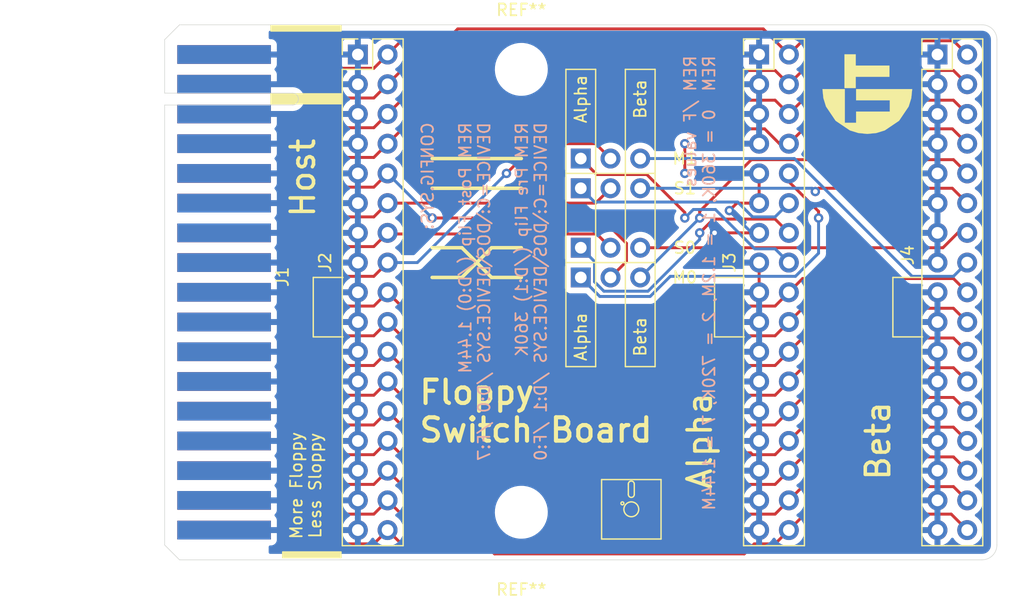
<source format=kicad_pcb>
(kicad_pcb (version 20211014) (generator pcbnew)
  (layers (0 "F.Cu" signal) (31 "B.Cu" signal) (34 "B.Paste" user) (35 "F.Paste" user) (36 "B.SilkS" user "B.Silkscreen") (37 "F.SilkS" user "F.Silkscreen") (38 "B.Mask" user) (39 "F.Mask" user) (44 "Edge.Cuts" user))
  (net 0 "")
  (net 1 "DesitySelect")
  (net 2 "Reserved1")
  (net 3 "Reserved2")
  (net 4 "Index")
  (net 5 "Motor0-In")
  (net 6 "DriveSelect1-In")
  (net 7 "DriveSelect0-In")
  (net 8 "Motor1-In")
  (net 9 "DirectionSelect")
  (net 10 "StepHead")
  (net 11 "DataWrite")
  (net 12 "WriteEnable")
  (net 13 "Track00")
  (net 14 "WriteProtect")
  (net 15 "DataRead")
  (net 16 "HeadSelect")
  (net 17 "DiskChange")
  (net 18 "Motor1-Out-A")
  (net 19 "DriveSelect0-Out-A")
  (net 20 "DriveSelect1-Out-A")
  (net 21 "Motor0-Out-A")
  (net 22 "Motor0-Out-B")
  (net 23 "DriveSelect1-Out-B")
  (net 24 "DriveSelect0-Out-B")
  (net 25 "Motor1-Out-B")
  (net 26 "GND")
  (footprint "Connector_PinHeader_2.54mm:PinHeader_1x03_P2.54mm_Vertical" (layer "F.Cu") (at 151.13 120.65 90)
    (fp_text reference "M0" (at 0 8.89) (layer "F.SilkS"))
    (fp_text value "SW_SPDT")
    (pad "1" thru_hole rect locked (at 0 0 90) (size 1.7 1.7) (drill 1) (layers *.Cu *.Mask) (net 21 "Motor0-Out-A"))
    (pad "2" thru_hole oval locked (at 0 2.54 90) (size 1.7 1.7) (drill 1) (layers *.Cu *.Mask) (net 5 "Motor0-In"))
    (pad "3" thru_hole oval locked (at 0 5.08 90) (size 1.7 1.7) (drill 1) (layers *.Cu *.Mask) (net 22 "Motor0-Out-B"))
  )
  (footprint "Connector_PinHeader_2.54mm:PinHeader_1x03_P2.54mm_Vertical" (layer "F.Cu") (at 151.13 118.11 90)
    (fp_text reference "S0" (at 0 8.89) (layer "F.SilkS"))
    (fp_text value "SW_SPDT")
    (pad "1" thru_hole rect locked (at 0 0 90) (size 1.7 1.7) (drill 1) (layers *.Cu *.Mask) (net 19 "DriveSelect0-Out-A"))
    (pad "2" thru_hole oval locked (at 0 2.54 90) (size 1.7 1.7) (drill 1) (layers *.Cu *.Mask) (net 7 "DriveSelect0-In"))
    (pad "3" thru_hole oval locked (at 0 5.08 90) (size 1.7 1.7) (drill 1) (layers *.Cu *.Mask) (net 24 "DriveSelect0-Out-B"))
  )
  (footprint "Connector_PinHeader_2.54mm:PinHeader_1x03_P2.54mm_Vertical" (layer "F.Cu") (at 151.13 113.03 90)
    (fp_text reference "S1" (at 0 8.89) (layer "F.SilkS"))
    (fp_text value "SW_SPDT")
    (pad "1" thru_hole rect locked (at 0 0 90) (size 1.7 1.7) (drill 1) (layers *.Cu *.Mask) (net 20 "DriveSelect1-Out-A"))
    (pad "2" thru_hole oval locked (at 0 2.54 90) (size 1.7 1.7) (drill 1) (layers *.Cu *.Mask) (net 6 "DriveSelect1-In"))
    (pad "3" thru_hole oval locked (at 0 5.08 90) (size 1.7 1.7) (drill 1) (layers *.Cu *.Mask) (net 23 "DriveSelect1-Out-B"))
  )
  (footprint "Connector_PinHeader_2.54mm:PinHeader_1x03_P2.54mm_Vertical" (layer "F.Cu") (at 151.13 110.49 90)
    (fp_text reference "M1" (at 0 8.89 180) (layer "F.SilkS"))
    (fp_text value "SW_SPDT")
    (pad "1" thru_hole rect locked (at 0 0 90) (size 1.7 1.7) (drill 1) (layers *.Cu *.Mask) (net 18 "Motor1-Out-A"))
    (pad "2" thru_hole oval locked (at 0 2.54 90) (size 1.7 1.7) (drill 1) (layers *.Cu *.Mask) (net 8 "Motor1-In"))
    (pad "3" thru_hole oval locked (at 0 5.08 90) (size 1.7 1.7) (drill 1) (layers *.Cu *.Mask) (net 25 "Motor1-Out-B"))
  )
  (footprint "Floppy:FloppyCardEdge" (layer "F.Cu") (at 120.65 101.6)
    (fp_text reference "J1" (at 5 19 90) (layer "F.SilkS"))
    (fp_text value "PCFloppyHeader")
    (fp_poly (pts (xy 10 4.2164) (xy 4 4.2164) (xy 4 3.3528) (xy 10 3.3528)) (layer "F.SilkS") (width 0.1) (fill solid))
    (fp_poly (pts (xy 10 -2) (xy 4 -2) (xy 4 -2.5) (xy 10 -2.5)) (layer "F.SilkS") (width 0.1) (fill solid))
    (fp_poly (pts (xy 10 43) (xy 5 43) (xy 5 42.5) (xy 10 42.5)) (layer "F.SilkS") (width 0.1) (fill solid))
    (pad "1" connect rect locked (at 0 0) (size 8 1.6) (layers "B.Cu" "F.Mask") (net 26 "GND"))
    (pad "2" connect rect locked (at 0 0) (size 8 1.6) (layers "F.Cu" "F.Mask") (net 1 "DesitySelect"))
    (pad "3" connect rect locked (at 0 2.54) (size 8 1.6) (layers "B.Cu" "F.Mask") (net 26 "GND"))
    (pad "4" connect rect locked (at 0 2.54) (size 8 1.6) (layers "F.Cu" "F.Mask") (net 2 "Reserved1"))
    (pad "5" connect rect locked (at 0 5.08) (size 8 1.6) (layers "B.Cu" "F.Mask") (net 26 "GND"))
    (pad "6" connect rect locked (at 0 5.08) (size 8 1.6) (layers "F.Cu" "F.Mask") (net 3 "Reserved2"))
    (pad "7" connect rect locked (at 0 7.62) (size 8 1.6) (layers "B.Cu" "F.Mask") (net 26 "GND"))
    (pad "8" connect rect locked (at 0 7.62) (size 8 1.6) (layers "F.Cu" "F.Mask") (net 4 "Index"))
    (pad "9" connect rect locked (at 0 10.16) (size 8 1.6) (layers "B.Cu" "F.Mask") (net 26 "GND"))
    (pad "10" connect rect locked (at 0 10.16) (size 8 1.6) (layers "F.Cu" "F.Mask") (net 5 "Motor0-In"))
    (pad "11" connect rect locked (at 0 12.7) (size 8 1.6) (layers "B.Cu" "F.Mask") (net 26 "GND"))
    (pad "12" connect rect locked (at 0 12.7) (size 8 1.6) (layers "F.Cu" "F.Mask") (net 6 "DriveSelect1-In"))
    (pad "13" connect rect locked (at 0 15.24) (size 8 1.6) (layers "B.Cu" "F.Mask") (net 26 "GND"))
    (pad "14" connect rect locked (at 0 15.24) (size 8 1.6) (layers "F.Cu" "F.Mask") (net 7 "DriveSelect0-In"))
    (pad "15" connect rect locked (at 0 17.78) (size 8 1.6) (layers "B.Cu" "F.Mask") (net 26 "GND"))
    (pad "16" connect rect locked (at 0 17.78) (size 8 1.6) (layers "F.Cu" "F.Mask") (net 8 "Motor1-In"))
    (pad "17" connect rect locked (at 0 20.32) (size 8 1.6) (layers "B.Cu" "F.Mask") (net 26 "GND"))
    (pad "18" connect rect locked (at 0 20.32) (size 8 1.6) (layers "F.Cu" "F.Mask") (net 9 "DirectionSelect"))
    (pad "19" connect rect locked (at 0 22.86) (size 8 1.6) (layers "B.Cu" "F.Mask") (net 26 "GND"))
    (pad "20" connect rect locked (at 0 22.86) (size 8 1.6) (layers "F.Cu" "F.Mask") (net 10 "StepHead"))
    (pad "21" connect rect locked (at 0 25.4) (size 8 1.6) (layers "B.Cu" "F.Mask") (net 26 "GND"))
    (pad "22" connect rect locked (at 0 25.4) (size 8 1.6) (layers "F.Cu" "F.Mask") (net 11 "DataWrite"))
    (pad "23" connect rect locked (at 0 27.94) (size 8 1.6) (layers "B.Cu" "F.Mask") (net 26 "GND"))
    (pad "24" connect rect locked (at 0 27.94) (size 8 1.6) (layers "F.Cu" "F.Mask") (net 12 "WriteEnable"))
    (pad "25" connect rect locked (at 0 30.48) (size 8 1.6) (layers "B.Cu" "F.Mask") (net 26 "GND"))
    (pad "26" connect rect locked (at 0 30.48) (size 8 1.6) (layers "F.Cu" "F.Mask") (net 13 "Track00"))
    (pad "27" connect rect locked (at 0 33.02) (size 8 1.6) (layers "B.Cu" "F.Mask") (net 26 "GND"))
    (pad "28" connect rect locked (at 0 33.02) (size 8 1.6) (layers "F.Cu" "F.Mask") (net 14 "WriteProtect"))
    (pad "29" connect rect locked (at 0 35.56) (size 8 1.6) (layers "B.Cu" "F.Mask") (net 26 "GND"))
    (pad "30" connect rect locked (at 0 35.56) (size 8 1.6) (layers "F.Cu" "F.Mask") (net 15 "DataRead"))
    (pad "31" connect rect locked (at 0 38.1) (size 8 1.6) (layers "B.Cu" "F.Mask") (net 26 "GND"))
    (pad "32" connect rect locked (at 0 38.1) (size 8 1.6) (layers "F.Cu" "F.Mask") (net 16 "HeadSelect"))
    (pad "33" connect rect locked (at 0 40.64) (size 8 1.6) (layers "B.Cu" "F.Mask") (net 26 "GND"))
    (pad "34" connect rect locked (at 0 40.64) (size 8 1.6) (layers "F.Cu" "F.Mask") (net 17 "DiskChange"))
  )
  (footprint "Floppy:FloppyHeader" (layer "F.Cu") (at 132.08 101.6)
    (fp_text reference "J2" (at -2.794 17.78 90) (layer "F.SilkS"))
    (fp_text value "PCFloppyHeader")
    (fp_line (start -3.81 24.13) (end -1.27 24.13) (layer "F.SilkS") (width 0.12))
    (fp_line (start 3.87 -1.33) (end 3.87 41.97) (layer "F.SilkS") (width 0.12))
    (fp_line (start -1.27 19.05) (end -3.81 19.05) (layer "F.SilkS") (width 0.12))
    (fp_line (start -1.33 0) (end -1.33 -1.33) (layer "F.SilkS") (width 0.12))
    (fp_line (start 1.27 1.27) (end 1.27 -1.33) (layer "F.SilkS") (width 0.12))
    (fp_line (start -1.33 -1.33) (end 0 -1.33) (layer "F.SilkS") (width 0.12))
    (fp_line (start -3.81 19.05) (end -3.81 24.13) (layer "F.SilkS") (width 0.12))
    (fp_line (start -1.33 1.27) (end -1.33 41.97) (layer "F.SilkS") (width 0.12))
    (fp_line (start 1.27 -1.33) (end 3.87 -1.33) (layer "F.SilkS") (width 0.12))
    (fp_line (start -1.33 1.27) (end 1.27 1.27) (layer "F.SilkS") (width 0.12))
    (fp_line (start -1.33 41.97) (end 3.87 41.97) (layer "F.SilkS") (width 0.12))
    (pad "1" thru_hole rect locked (at 0 0) (size 1.7 1.7) (drill 1) (layers *.Cu *.Mask) (net 26 "GND"))
    (pad "2" thru_hole oval locked (at 2.54 0) (size 1.7 1.7) (drill 1) (layers *.Cu *.Mask) (net 1 "DesitySelect"))
    (pad "3" thru_hole oval locked (at 0 2.54) (size 1.7 1.7) (drill 1) (layers *.Cu *.Mask) (net 26 "GND"))
    (pad "4" thru_hole oval locked (at 2.54 2.54) (size 1.7 1.7) (drill 1) (layers *.Cu *.Mask) (net 2 "Reserved1"))
    (pad "5" thru_hole oval locked (at 0 5.08) (size 1.7 1.7) (drill 1) (layers *.Cu *.Mask) (net 26 "GND"))
    (pad "6" thru_hole oval locked (at 2.54 5.08) (size 1.7 1.7) (drill 1) (layers *.Cu *.Mask) (net 3 "Reserved2"))
    (pad "7" thru_hole oval locked (at 0 7.62) (size 1.7 1.7) (drill 1) (layers *.Cu *.Mask) (net 26 "GND"))
    (pad "8" thru_hole oval locked (at 2.54 7.62) (size 1.7 1.7) (drill 1) (layers *.Cu *.Mask) (net 4 "Index"))
    (pad "9" thru_hole oval locked (at 0 10.16) (size 1.7 1.7) (drill 1) (layers *.Cu *.Mask) (net 26 "GND"))
    (pad "10" thru_hole oval locked (at 2.54 10.16) (size 1.7 1.7) (drill 1) (layers *.Cu *.Mask) (net 5 "Motor0-In"))
    (pad "11" thru_hole oval locked (at 0 12.7) (size 1.7 1.7) (drill 1) (layers *.Cu *.Mask) (net 26 "GND"))
    (pad "12" thru_hole oval locked (at 2.54 12.7) (size 1.7 1.7) (drill 1) (layers *.Cu *.Mask) (net 6 "DriveSelect1-In"))
    (pad "13" thru_hole oval locked (at 0 15.24) (size 1.7 1.7) (drill 1) (layers *.Cu *.Mask) (net 26 "GND"))
    (pad "14" thru_hole oval locked (at 2.54 15.24) (size 1.7 1.7) (drill 1) (layers *.Cu *.Mask) (net 7 "DriveSelect0-In"))
    (pad "15" thru_hole oval locked (at 0 17.78) (size 1.7 1.7) (drill 1) (layers *.Cu *.Mask) (net 26 "GND"))
    (pad "16" thru_hole oval locked (at 2.54 17.78) (size 1.7 1.7) (drill 1) (layers *.Cu *.Mask) (net 8 "Motor1-In"))
    (pad "17" thru_hole oval locked (at 0 20.32) (size 1.7 1.7) (drill 1) (layers *.Cu *.Mask) (net 26 "GND"))
    (pad "18" thru_hole oval locked (at 2.54 20.32) (size 1.7 1.7) (drill 1) (layers *.Cu *.Mask) (net 9 "DirectionSelect"))
    (pad "19" thru_hole oval locked (at 0 22.86) (size 1.7 1.7) (drill 1) (layers *.Cu *.Mask) (net 26 "GND"))
    (pad "20" thru_hole oval locked (at 2.54 22.86) (size 1.7 1.7) (drill 1) (layers *.Cu *.Mask) (net 10 "StepHead"))
    (pad "21" thru_hole oval locked (at 0 25.4) (size 1.7 1.7) (drill 1) (layers *.Cu *.Mask) (net 26 "GND"))
    (pad "22" thru_hole oval locked (at 2.54 25.4) (size 1.7 1.7) (drill 1) (layers *.Cu *.Mask) (net 11 "DataWrite"))
    (pad "23" thru_hole oval locked (at 0 27.94) (size 1.7 1.7) (drill 1) (layers *.Cu *.Mask) (net 26 "GND"))
    (pad "24" thru_hole oval locked (at 2.54 27.94) (size 1.7 1.7) (drill 1) (layers *.Cu *.Mask) (net 12 "WriteEnable"))
    (pad "25" thru_hole oval locked (at 0 30.48) (size 1.7 1.7) (drill 1) (layers *.Cu *.Mask) (net 26 "GND"))
    (pad "26" thru_hole oval locked (at 2.54 30.48) (size 1.7 1.7) (drill 1) (layers *.Cu *.Mask) (net 13 "Track00"))
    (pad "27" thru_hole oval locked (at 0 33.02) (size 1.7 1.7) (drill 1) (layers *.Cu *.Mask) (net 26 "GND"))
    (pad "28" thru_hole oval locked (at 2.54 33.02) (size 1.7 1.7) (drill 1) (layers *.Cu *.Mask) (net 14 "WriteProtect"))
    (pad "29" thru_hole oval locked (at 0 35.56) (size 1.7 1.7) (drill 1) (layers *.Cu *.Mask) (net 26 "GND"))
    (pad "30" thru_hole oval locked (at 2.54 35.56) (size 1.7 1.7) (drill 1) (layers *.Cu *.Mask) (net 15 "DataRead"))
    (pad "31" thru_hole oval locked (at 0 38.1) (size 1.7 1.7) (drill 1) (layers *.Cu *.Mask) (net 26 "GND"))
    (pad "32" thru_hole oval locked (at 2.54 38.1) (size 1.7 1.7) (drill 1) (layers *.Cu *.Mask) (net 16 "HeadSelect"))
    (pad "33" thru_hole oval locked (at 0 40.64) (size 1.7 1.7) (drill 1) (layers *.Cu *.Mask) (net 26 "GND"))
    (pad "34" thru_hole oval locked (at 2.54 40.64) (size 1.7 1.7) (drill 1) (layers *.Cu *.Mask) (net 17 "DiskChange"))
  )
  (footprint "Floppy:FloppyHeader" (layer "F.Cu") (at 181.61 101.6)
    (fp_text reference "J4" (at -2.54 17.145 90) (layer "F.SilkS"))
    (fp_text value "PCFloppyHeader")
    (fp_line (start -3.81 19.05) (end -3.81 24.13) (layer "F.SilkS") (width 0.12))
    (fp_line (start -1.33 -1.33) (end 0 -1.33) (layer "F.SilkS") (width 0.12))
    (fp_line (start -1.33 0) (end -1.33 -1.33) (layer "F.SilkS") (width 0.12))
    (fp_line (start -3.81 24.13) (end -1.27 24.13) (layer "F.SilkS") (width 0.12))
    (fp_line (start 1.27 -1.33) (end 3.87 -1.33) (layer "F.SilkS") (width 0.12))
    (fp_line (start 3.87 -1.33) (end 3.87 41.97) (layer "F.SilkS") (width 0.12))
    (fp_line (start -1.33 41.97) (end 3.87 41.97) (layer "F.SilkS") (width 0.12))
    (fp_line (start -1.33 1.27) (end -1.33 41.97) (layer "F.SilkS") (width 0.12))
    (fp_line (start 1.27 1.27) (end 1.27 -1.33) (layer "F.SilkS") (width 0.12))
    (fp_line (start -1.27 19.05) (end -3.81 19.05) (layer "F.SilkS") (width 0.12))
    (fp_line (start -1.33 1.27) (end 1.27 1.27) (layer "F.SilkS") (width 0.12))
    (pad "1" thru_hole rect locked (at 0 0) (size 1.7 1.7) (drill 1) (layers *.Cu *.Mask) (net 26 "GND"))
    (pad "2" thru_hole oval locked (at 2.54 0) (size 1.7 1.7) (drill 1) (layers *.Cu *.Mask) (net 1 "DesitySelect"))
    (pad "3" thru_hole oval locked (at 0 2.54) (size 1.7 1.7) (drill 1) (layers *.Cu *.Mask) (net 26 "GND"))
    (pad "4" thru_hole oval locked (at 2.54 2.54) (size 1.7 1.7) (drill 1) (layers *.Cu *.Mask) (net 2 "Reserved1"))
    (pad "5" thru_hole oval locked (at 0 5.08) (size 1.7 1.7) (drill 1) (layers *.Cu *.Mask) (net 26 "GND"))
    (pad "6" thru_hole oval locked (at 2.54 5.08) (size 1.7 1.7) (drill 1) (layers *.Cu *.Mask) (net 3 "Reserved2"))
    (pad "7" thru_hole oval locked (at 0 7.62) (size 1.7 1.7) (drill 1) (layers *.Cu *.Mask) (net 26 "GND"))
    (pad "8" thru_hole oval locked (at 2.54 7.62) (size 1.7 1.7) (drill 1) (layers *.Cu *.Mask) (net 4 "Index"))
    (pad "9" thru_hole oval locked (at 0 10.16) (size 1.7 1.7) (drill 1) (layers *.Cu *.Mask) (net 26 "GND"))
    (pad "10" thru_hole oval locked (at 2.54 10.16) (size 1.7 1.7) (drill 1) (layers *.Cu *.Mask) (net 22 "Motor0-Out-B"))
    (pad "11" thru_hole oval locked (at 0 12.7) (size 1.7 1.7) (drill 1) (layers *.Cu *.Mask) (net 26 "GND"))
    (pad "12" thru_hole oval locked (at 2.54 12.7) (size 1.7 1.7) (drill 1) (layers *.Cu *.Mask) (net 23 "DriveSelect1-Out-B"))
    (pad "13" thru_hole oval locked (at 0 15.24) (size 1.7 1.7) (drill 1) (layers *.Cu *.Mask) (net 26 "GND"))
    (pad "14" thru_hole oval locked (at 2.54 15.24) (size 1.7 1.7) (drill 1) (layers *.Cu *.Mask) (net 24 "DriveSelect0-Out-B"))
    (pad "15" thru_hole oval locked (at 0 17.78) (size 1.7 1.7) (drill 1) (layers *.Cu *.Mask) (net 26 "GND"))
    (pad "16" thru_hole oval locked (at 2.54 17.78) (size 1.7 1.7) (drill 1) (layers *.Cu *.Mask) (net 25 "Motor1-Out-B"))
    (pad "17" thru_hole oval locked (at 0 20.32) (size 1.7 1.7) (drill 1) (layers *.Cu *.Mask) (net 26 "GND"))
    (pad "18" thru_hole oval locked (at 2.54 20.32) (size 1.7 1.7) (drill 1) (layers *.Cu *.Mask) (net 9 "DirectionSelect"))
    (pad "19" thru_hole oval locked (at 0 22.86) (size 1.7 1.7) (drill 1) (layers *.Cu *.Mask) (net 26 "GND"))
    (pad "20" thru_hole oval locked (at 2.54 22.86) (size 1.7 1.7) (drill 1) (layers *.Cu *.Mask) (net 10 "StepHead"))
    (pad "21" thru_hole oval locked (at 0 25.4) (size 1.7 1.7) (drill 1) (layers *.Cu *.Mask) (net 26 "GND"))
    (pad "22" thru_hole oval locked (at 2.54 25.4) (size 1.7 1.7) (drill 1) (layers *.Cu *.Mask) (net 11 "DataWrite"))
    (pad "23" thru_hole oval locked (at 0 27.94) (size 1.7 1.7) (drill 1) (layers *.Cu *.Mask) (net 26 "GND"))
    (pad "24" thru_hole oval locked (at 2.54 27.94) (size 1.7 1.7) (drill 1) (layers *.Cu *.Mask) (net 12 "WriteEnable"))
    (pad "25" thru_hole oval locked (at 0 30.48) (size 1.7 1.7) (drill 1) (layers *.Cu *.Mask) (net 26 "GND"))
    (pad "26" thru_hole oval locked (at 2.54 30.48) (size 1.7 1.7) (drill 1) (layers *.Cu *.Mask) (net 13 "Track00"))
    (pad "27" thru_hole oval locked (at 0 33.02) (size 1.7 1.7) (drill 1) (layers *.Cu *.Mask) (net 26 "GND"))
    (pad "28" thru_hole oval locked (at 2.54 33.02) (size 1.7 1.7) (drill 1) (layers *.Cu *.Mask) (net 14 "WriteProtect"))
    (pad "29" thru_hole oval locked (at 0 35.56) (size 1.7 1.7) (drill 1) (layers *.Cu *.Mask) (net 26 "GND"))
    (pad "30" thru_hole oval locked (at 2.54 35.56) (size 1.7 1.7) (drill 1) (layers *.Cu *.Mask) (net 15 "DataRead"))
    (pad "31" thru_hole oval locked (at 0 38.1) (size 1.7 1.7) (drill 1) (layers *.Cu *.Mask) (net 26 "GND"))
    (pad "32" thru_hole oval locked (at 2.54 38.1) (size 1.7 1.7) (drill 1) (layers *.Cu *.Mask) (net 16 "HeadSelect"))
    (pad "33" thru_hole oval locked (at 0 40.64) (size 1.7 1.7) (drill 1) (layers *.Cu *.Mask) (net 26 "GND"))
    (pad "34" thru_hole oval locked (at 2.54 40.64) (size 1.7 1.7) (drill 1) (layers *.Cu *.Mask) (net 17 "DiskChange"))
  )
  (footprint "Floppy:FloppyHeader" (layer "F.Cu") (at 166.37 101.6)
    (fp_text reference "J3" (at -2.54 17.78 90) (layer "F.SilkS"))
    (fp_text value "PCFloppyHeader")
    (fp_line (start -1.33 41.97) (end 3.87 41.97) (layer "F.SilkS") (width 0.12))
    (fp_line (start -1.33 0) (end -1.33 -1.33) (layer "F.SilkS") (width 0.12))
    (fp_line (start -3.81 19.05) (end -3.81 24.13) (layer "F.SilkS") (width 0.12))
    (fp_line (start -1.27 19.05) (end -3.81 19.05) (layer "F.SilkS") (width 0.12))
    (fp_line (start 3.87 -1.33) (end 3.87 41.97) (layer "F.SilkS") (width 0.12))
    (fp_line (start 1.27 1.27) (end 1.27 -1.33) (layer "F.SilkS") (width 0.12))
    (fp_line (start -1.33 -1.33) (end 0 -1.33) (layer "F.SilkS") (width 0.12))
    (fp_line (start 1.27 -1.33) (end 3.87 -1.33) (layer "F.SilkS") (width 0.12))
    (fp_line (start -1.33 1.27) (end -1.33 41.97) (layer "F.SilkS") (width 0.12))
    (fp_line (start -3.81 24.13) (end -1.27 24.13) (layer "F.SilkS") (width 0.12))
    (fp_line (start -1.33 1.27) (end 1.27 1.27) (layer "F.SilkS") (width 0.12))
    (pad "1" thru_hole rect locked (at 0 0) (size 1.7 1.7) (drill 1) (layers *.Cu *.Mask) (net 26 "GND"))
    (pad "2" thru_hole oval locked (at 2.54 0) (size 1.7 1.7) (drill 1) (layers *.Cu *.Mask) (net 1 "DesitySelect"))
    (pad "3" thru_hole oval locked (at 0 2.54) (size 1.7 1.7) (drill 1) (layers *.Cu *.Mask) (net 26 "GND"))
    (pad "4" thru_hole oval locked (at 2.54 2.54) (size 1.7 1.7) (drill 1) (layers *.Cu *.Mask) (net 2 "Reserved1"))
    (pad "5" thru_hole oval locked (at 0 5.08) (size 1.7 1.7) (drill 1) (layers *.Cu *.Mask) (net 26 "GND"))
    (pad "6" thru_hole oval locked (at 2.54 5.08) (size 1.7 1.7) (drill 1) (layers *.Cu *.Mask) (net 3 "Reserved2"))
    (pad "7" thru_hole oval locked (at 0 7.62) (size 1.7 1.7) (drill 1) (layers *.Cu *.Mask) (net 26 "GND"))
    (pad "8" thru_hole oval locked (at 2.54 7.62) (size 1.7 1.7) (drill 1) (layers *.Cu *.Mask) (net 4 "Index"))
    (pad "9" thru_hole oval locked (at 0 10.16) (size 1.7 1.7) (drill 1) (layers *.Cu *.Mask) (net 26 "GND"))
    (pad "10" thru_hole oval locked (at 2.54 10.16) (size 1.7 1.7) (drill 1) (layers *.Cu *.Mask) (net 21 "Motor0-Out-A"))
    (pad "11" thru_hole oval locked (at 0 12.7) (size 1.7 1.7) (drill 1) (layers *.Cu *.Mask) (net 26 "GND"))
    (pad "12" thru_hole oval locked (at 2.54 12.7) (size 1.7 1.7) (drill 1) (layers *.Cu *.Mask) (net 20 "DriveSelect1-Out-A"))
    (pad "13" thru_hole oval locked (at 0 15.24) (size 1.7 1.7) (drill 1) (layers *.Cu *.Mask) (net 26 "GND"))
    (pad "14" thru_hole oval locked (at 2.54 15.24) (size 1.7 1.7) (drill 1) (layers *.Cu *.Mask) (net 19 "DriveSelect0-Out-A"))
    (pad "15" thru_hole oval locked (at 0 17.78) (size 1.7 1.7) (drill 1) (layers *.Cu *.Mask) (net 26 "GND"))
    (pad "16" thru_hole oval locked (at 2.54 17.78) (size 1.7 1.7) (drill 1) (layers *.Cu *.Mask) (net 18 "Motor1-Out-A"))
    (pad "17" thru_hole oval locked (at 0 20.32) (size 1.7 1.7) (drill 1) (layers *.Cu *.Mask) (net 26 "GND"))
    (pad "18" thru_hole oval locked (at 2.54 20.32) (size 1.7 1.7) (drill 1) (layers *.Cu *.Mask) (net 9 "DirectionSelect"))
    (pad "19" thru_hole oval locked (at 0 22.86) (size 1.7 1.7) (drill 1) (layers *.Cu *.Mask) (net 26 "GND"))
    (pad "20" thru_hole oval locked (at 2.54 22.86) (size 1.7 1.7) (drill 1) (layers *.Cu *.Mask) (net 10 "StepHead"))
    (pad "21" thru_hole oval locked (at 0 25.4) (size 1.7 1.7) (drill 1) (layers *.Cu *.Mask) (net 26 "GND"))
    (pad "22" thru_hole oval locked (at 2.54 25.4) (size 1.7 1.7) (drill 1) (layers *.Cu *.Mask) (net 11 "DataWrite"))
    (pad "23" thru_hole oval locked (at 0 27.94) (size 1.7 1.7) (drill 1) (layers *.Cu *.Mask) (net 26 "GND"))
    (pad "24" thru_hole oval locked (at 2.54 27.94) (size 1.7 1.7) (drill 1) (layers *.Cu *.Mask) (net 12 "WriteEnable"))
    (pad "25" thru_hole oval locked (at 0 30.48) (size 1.7 1.7) (drill 1) (layers *.Cu *.Mask) (net 26 "GND"))
    (pad "26" thru_hole oval locked (at 2.54 30.48) (size 1.7 1.7) (drill 1) (layers *.Cu *.Mask) (net 13 "Track00"))
    (pad "27" thru_hole oval locked (at 0 33.02) (size 1.7 1.7) (drill 1) (layers *.Cu *.Mask) (net 26 "GND"))
    (pad "28" thru_hole oval locked (at 2.54 33.02) (size 1.7 1.7) (drill 1) (layers *.Cu *.Mask) (net 14 "WriteProtect"))
    (pad "29" thru_hole oval locked (at 0 35.56) (size 1.7 1.7) (drill 1) (layers *.Cu *.Mask) (net 26 "GND"))
    (pad "30" thru_hole oval locked (at 2.54 35.56) (size 1.7 1.7) (drill 1) (layers *.Cu *.Mask) (net 15 "DataRead"))
    (pad "31" thru_hole oval locked (at 0 38.1) (size 1.7 1.7) (drill 1) (layers *.Cu *.Mask) (net 26 "GND"))
    (pad "32" thru_hole oval locked (at 2.54 38.1) (size 1.7 1.7) (drill 1) (layers *.Cu *.Mask) (net 16 "HeadSelect"))
    (pad "33" thru_hole oval locked (at 0 40.64) (size 1.7 1.7) (drill 1) (layers *.Cu *.Mask) (net 26 "GND"))
    (pad "34" thru_hole oval locked (at 2.54 40.64) (size 1.7 1.7) (drill 1) (layers *.Cu *.Mask) (net 17 "DiskChange"))
  )
  (footprint "MountingHole:MountingHole_3.5mm" (layer "F.Cu") (at 146.05 102.87)
    (fp_text reference "REF**" (at 0 -5.08) (layer "F.SilkS"))
    (fp_text value "MountingHole_3.5mm")
    (pad "" np_thru_hole circle locked (at 0 0) (size 3.5 3.5) (drill 3.5) (layers *.Cu *.Mask))
  )
  (footprint "MountingHole:MountingHole_3.5mm" (layer "F.Cu") (at 146.05 140.716)
    (fp_text reference "REF**" (at 0 6.604) (layer "F.SilkS"))
    (fp_text value "MountingHole_3.5mm")
    (pad "" np_thru_hole circle locked (at 0 0) (size 3.5 3.5) (drill 3.5) (layers *.Cu *.Mask))
  )
  (gr_line (start 152.4 128.27) (end 152.4 102.87) (layer "F.SilkS") (width 0.12))
  (gr_line (start 157.48 128.27) (end 157.48 102.87) (layer "F.SilkS") (width 0.12))
  (gr_poly (pts (xy 174.625 101.5836) (xy 174.625 102.5443) (xy 177.5071 102.5443) (xy 177.5071 103.505) (xy 174.625 103.505) (xy 174.625 104.4657) (xy 173.6643 104.4657) (xy 173.6643 101.5836)) (layer "F.SilkS") (width 0.01) (fill solid))
  (gr_poly (pts (xy 173.694786 104.5534) (xy 173.694786 107.4355) (xy 174.655486 107.4355) (xy 174.655486 106.4748) (xy 177.537586 106.4748) (xy 177.537586 105.5141) (xy 174.655486 105.5141) (xy 174.655486 104.5534) (xy 179.451016 104.5534) (xy 179.37269 105.325703) (xy 179.149011 106.044978) (xy 178.327202 107.262873) (xy 177.108808 108.083942) (xy 176.389397 108.307183) (xy 175.617046 108.38504) (xy 174.844681 108.307199) (xy 174.125255 108.083967) (xy 172.906832 107.262905) (xy 172.085 106.045) (xy 171.861315 105.325715) (xy 171.782986 104.5534)) (layer "F.SilkS") (width 0.01) (fill solid))
  (gr_line (start 157.988 137.922) (end 152.908 137.922) (layer "F.SilkS") (width 0.12))
  (gr_line (start 155.702 139.192) (end 155.702 138.303) (layer "F.SilkS") (width 0.12))
  (gr_line (start 155.194 139.192) (end 155.194 138.303) (layer "F.SilkS") (width 0.12))
  (gr_line (start 154.94 102.87) (end 157.48 102.87) (layer "F.SilkS") (width 0.12))
  (gr_arc (start 155.702 139.192) (mid 155.448 139.446) (end 155.194 139.192) (layer "F.SilkS") (width 0.12))
  (gr_line (start 149.86 111.76) (end 157.48 111.76) (layer "F.SilkS") (width 0.12))
  (gr_line (start 152.908 143.002) (end 157.988 143.002) (layer "F.SilkS") (width 0.12))
  (gr_line (start 138.43 120.65) (end 140.97 120.65) (layer "F.SilkS") (width 0.3))
  (gr_line (start 138.43 113.03) (end 146.05 113.03) (layer "F.SilkS") (width 0.3))
  (gr_line (start 152.908 137.922) (end 152.908 143.002) (layer "F.SilkS") (width 0.12))
  (gr_line (start 143.51 118.11) (end 146.05 118.11) (layer "F.SilkS") (width 0.3))
  (gr_line (start 149.86 128.27) (end 152.4 128.27) (layer "F.SilkS") (width 0.12))
  (gr_line (start 138.43 118.11) (end 140.97 118.11) (layer "F.SilkS") (width 0.3))
  (gr_line (start 143.51 120.65) (end 146.05 120.65) (layer "F.SilkS") (width 0.3))
  (gr_line (start 154.94 128.27) (end 157.48 128.27) (layer "F.SilkS") (width 0.12))
  (gr_arc (start 155.194 138.303) (mid 155.448 138.049) (end 155.702 138.303) (layer "F.SilkS") (width 0.12))
  (gr_line (start 157.988 143.002) (end 157.988 137.922) (layer "F.SilkS") (width 0.12))
  (gr_circle (center 154.686 139.954) (end 154.686 139.827) (layer "F.SilkS") (width 0.12) (fill none))
  (gr_line (start 149.86 119.38) (end 157.48 119.38) (layer "F.SilkS") (width 0.12))
  (gr_line (start 140.97 118.11) (end 143.51 120.65) (layer "F.SilkS") (width 0.3))
  (gr_line (start 138.43 110.49) (end 146.05 110.49) (layer "F.SilkS") (width 0.3))
  (gr_line (start 149.86 102.87) (end 152.4 102.87) (layer "F.SilkS") (width 0.12))
  (gr_line (start 140.97 120.65) (end 143.51 118.11) (layer "F.SilkS") (width 0.3))
  (gr_line (start 154.94 102.87) (end 154.94 128.27) (layer "F.SilkS") (width 0.12))
  (gr_line (start 149.86 102.87) (end 149.86 128.27) (layer "F.SilkS") (width 0.12))
  (gr_circle (center 155.448 140.462) (end 156.083 140.462) (layer "F.SilkS") (width 0.12) (fill none))
  (gr_line (start 185.42 144.78) (end 116.84 144.78) (layer "Edge.Cuts") (width 0.05))
  (gr_line (start 186.69 143.51) (end 186.69 100.33) (layer "Edge.Cuts") (width 0.05))
  (gr_line (start 185.42 99.06) (end 116.84 99.06) (layer "Edge.Cuts") (width 0.05))
  (gr_line (start 115.57 105.918) (end 115.57 143.51) (layer "Edge.Cuts") (width 0.05))
  (gr_line (start 115.57 143.51) (end 116.84 144.78) (layer "Edge.Cuts") (width 0.05))
  (gr_line (start 115.57 100.33) (end 115.57 104.775) (layer "Edge.Cuts") (width 0.05))
  (gr_line (start 115.57 104.775) (end 115.57 104.902) (layer "Edge.Cuts") (width 0.05))
  (gr_line (start 115.57 104.902) (end 126.492 104.902) (layer "Edge.Cuts") (width 0.05))
  (gr_arc (start 186.69 143.51) (mid 186.318026 144.408026) (end 185.42 144.78) (layer "Edge.Cuts") (width 0.05))
  (gr_line (start 116.84 99.06) (end 115.57 100.33) (layer "Edge.Cuts") (width 0.05))
  (gr_arc (start 185.42 99.06) (mid 186.318026 99.431974) (end 186.69 100.33) (layer "Edge.Cuts") (width 0.05))
  (gr_line (start 126.492 105.918) (end 115.57 105.918) (layer "Edge.Cuts") (width 0.05))
  (gr_arc (start 126.492 104.902) (mid 127 105.41) (end 126.492 105.918) (layer "Edge.Cuts") (width 0.05))
  (gr_text "REM /F values\nREM  0 = 360K, 1 = 1.2M, 2 = 720K, 7 = 1.44M" (at 161.29 101.6 90) (layer "B.SilkS") (effects (font (size 1 1)) (justify left mirror)))
  (gr_text "CONFIG.SYS:\n\nREM Post Flip (/D:0) 1.44M\nDEVICE=C:\\DOS\\DEVICE.SYS /D:0 /F:7\n\nREM Pre Flip (/D:1) 360K\nDEVICE=C:\\DOS\\DEVICE.SYS /D:1 /F:0" (at 142.875 107.315 90) (layer "B.SilkS") (effects (font (size 1 1)) (justify left mirror)))
  (gr_text "Alpha" (at 161.29 134.62 90) (layer "F.SilkS") (effects (font (size 2 2) (thickness 0.3))))
  (gr_text "Beta" (at 156.21 125.73 90) (layer "F.SilkS") (effects (font (size 1 1))))
  (gr_text "Alpha" (at 151.13 125.73 90) (layer "F.SilkS") (effects (font (size 1 1))))
  (gr_text "Alpha" (at 151.13 105.41 90) (layer "F.SilkS") (effects (font (size 1 1))))
  (gr_text "Host" (at 127.381 112.141 90) (layer "F.SilkS") (effects (font (size 2 2) (thickness 0.3))))
  (gr_text "Beta\n" (at 176.53 134.62 90) (layer "F.SilkS") (effects (font (size 2 2) (thickness 0.3))))
  (gr_text "Floppy \nSwitch Board" (at 137.16 132.08) (layer "F.SilkS") (effects (font (size 2 2) (thickness 0.35)) (justify left)))
  (gr_text "More Floppy\nLess Sloppy" (at 127.635 138.43 90) (layer "F.SilkS") (effects (font (size 1 1))))
  (gr_text "Beta" (at 156.21 105.41 90) (layer "F.SilkS") (effects (font (size 1 1))))
  (segment (start 160.02 109.22) (end 160.02 111.76) (width 0.25) (layer "F.Cu") (net 0))
  (via (at 160.02 109.22) (size 0.8) (drill 0.4) (layers "F.Cu" "B.Cu") (net 0))
  (via (at 160.02 111.76) (size 0.8) (drill 0.4) (layers "F.Cu" "B.Cu") (net 0))
  (segment (start 120.65 101.6) (end 127 101.6) (width 0.25) (layer "F.Cu") (net 1))
  (segment (start 127 101.6) (end 128.175001 102.775001) (width 0.25) (layer "F.Cu") (net 1))
  (segment (start 170.085001 100.424999) (end 182.974999 100.424999) (width 0.25) (layer "F.Cu") (net 1))
  (segment (start 134.62 101.6) (end 135.795001 100.424999) (width 0.25) (layer "F.Cu") (net 1))
  (segment (start 168.91 101.6) (end 170.085001 100.424999) (width 0.25) (layer "F.Cu") (net 1))
  (segment (start 140.61999 99.41001) (end 166.72001 99.41001) (width 0.25) (layer "F.Cu") (net 1))
  (segment (start 166.72001 99.41001) (end 167.734999 100.424999) (width 0.25) (layer "F.Cu") (net 1))
  (segment (start 133.444999 102.775001) (end 134.62 101.6) (width 0.25) (layer "F.Cu") (net 1))
  (segment (start 128.175001 102.775001) (end 133.444999 102.775001) (width 0.25) (layer "F.Cu") (net 1))
  (segment (start 182.974999 100.424999) (end 184.15 101.6) (width 0.25) (layer "F.Cu") (net 1))
  (segment (start 167.734999 100.424999) (end 168.91 101.6) (width 0.25) (layer "F.Cu") (net 1))
  (segment (start 135.795001 100.424999) (end 139.605001 100.424999) (width 0.25) (layer "F.Cu") (net 1))
  (segment (start 139.605001 100.424999) (end 140.61999 99.41001) (width 0.25) (layer "F.Cu") (net 1))
  (segment (start 133.444999 105.315001) (end 134.62 104.14) (width 0.25) (layer "F.Cu") (net 2))
  (segment (start 144.78 107.188) (end 140.556999 102.964999) (width 0.25) (layer "F.Cu") (net 2))
  (segment (start 182.974999 102.964999) (end 184.15 104.14) (width 0.25) (layer "F.Cu") (net 2))
  (segment (start 128.175001 105.315001) (end 133.444999 105.315001) (width 0.25) (layer "F.Cu") (net 2))
  (segment (start 167.734999 102.964999) (end 151.543001 102.964999) (width 0.25) (layer "F.Cu") (net 2))
  (segment (start 140.556999 102.964999) (end 135.795001 102.964999) (width 0.25) (layer "F.Cu") (net 2))
  (segment (start 170.085001 102.964999) (end 182.974999 102.964999) (width 0.25) (layer "F.Cu") (net 2))
  (segment (start 120.65 104.14) (end 127 104.14) (width 0.25) (layer "F.Cu") (net 2))
  (segment (start 151.543001 102.964999) (end 147.32 107.188) (width 0.25) (layer "F.Cu") (net 2))
  (segment (start 147.32 107.188) (end 144.78 107.188) (width 0.25) (layer "F.Cu") (net 2))
  (segment (start 168.91 104.14) (end 167.734999 102.964999) (width 0.25) (layer "F.Cu") (net 2))
  (segment (start 127 104.14) (end 128.175001 105.315001) (width 0.25) (layer "F.Cu") (net 2))
  (segment (start 135.795001 102.964999) (end 134.62 104.14) (width 0.25) (layer "F.Cu") (net 2))
  (segment (start 168.91 104.14) (end 170.085001 102.964999) (width 0.25) (layer "F.Cu") (net 2))
  (segment (start 152.32958 107.63801) (end 154.462591 105.504999) (width 0.25) (layer "F.Cu") (net 3))
  (segment (start 154.462591 105.504999) (end 167.734999 105.504999) (width 0.25) (layer "F.Cu") (net 3))
  (segment (start 128.175001 107.855001) (end 133.444999 107.855001) (width 0.25) (layer "F.Cu") (net 3))
  (segment (start 120.65 106.68) (end 127 106.68) (width 0.25) (layer "F.Cu") (net 3))
  (segment (start 168.91 106.68) (end 170.085001 105.504999) (width 0.25) (layer "F.Cu") (net 3))
  (segment (start 167.734999 105.504999) (end 168.91 106.68) (width 0.25) (layer "F.Cu") (net 3))
  (segment (start 135.795001 105.504999) (end 142.460589 105.504999) (width 0.25) (layer "F.Cu") (net 3))
  (segment (start 133.444999 107.855001) (end 134.62 106.68) (width 0.25) (layer "F.Cu") (net 3))
  (segment (start 127 106.68) (end 128.175001 107.855001) (width 0.25) (layer "F.Cu") (net 3))
  (segment (start 142.460589 105.504999) (end 144.5936 107.63801) (width 0.25) (layer "F.Cu") (net 3))
  (segment (start 182.974999 105.504999) (end 184.15 106.68) (width 0.25) (layer "F.Cu") (net 3))
  (segment (start 144.5936 107.63801) (end 152.32958 107.63801) (width 0.25) (layer "F.Cu") (net 3))
  (segment (start 170.085001 105.504999) (end 182.974999 105.504999) (width 0.25) (layer "F.Cu") (net 3))
  (segment (start 134.62 106.68) (end 135.795001 105.504999) (width 0.25) (layer "F.Cu") (net 3))
  (segment (start 151.83401 108.76999) (end 140.77399 108.76999) (width 0.25) (layer "F.Cu") (net 4))
  (segment (start 168.91 109.22) (end 170.18 107.95) (width 0.25) (layer "F.Cu") (net 4))
  (segment (start 127 109.22) (end 128.175001 110.395001) (width 0.25) (layer "F.Cu") (net 4))
  (segment (start 133.444999 110.395001) (end 134.62 109.22) (width 0.25) (layer "F.Cu") (net 4))
  (segment (start 166.839002 107.95) (end 152.654 107.95) (width 0.25) (layer "F.Cu") (net 4))
  (segment (start 182.88 107.95) (end 184.15 109.22) (width 0.25) (layer "F.Cu") (net 4))
  (segment (start 139.954 107.95) (end 135.89 107.95) (width 0.25) (layer "F.Cu") (net 4))
  (segment (start 120.65 109.22) (end 127 109.22) (width 0.25) (layer "F.Cu") (net 4))
  (segment (start 128.175001 110.395001) (end 133.444999 110.395001) (width 0.25) (layer "F.Cu") (net 4))
  (segment (start 166.839002 107.95) (end 168.109002 109.22) (width 0.25) (layer "F.Cu") (net 4))
  (segment (start 140.77399 108.76999) (end 139.954 107.95) (width 0.25) (layer "F.Cu") (net 4))
  (segment (start 170.18 107.95) (end 182.88 107.95) (width 0.25) (layer "F.Cu") (net 4))
  (segment (start 134.62 109.22) (end 135.89 107.95) (width 0.25) (layer "F.Cu") (net 4))
  (segment (start 152.654 107.95) (end 151.83401 108.76999) (width 0.25) (layer "F.Cu") (net 4))
  (segment (start 168.109002 109.22) (end 168.91 109.22) (width 0.25) (layer "F.Cu") (net 4))
  (segment (start 128.175001 112.935001) (end 133.444999 112.935001) (width 0.25) (layer "F.Cu") (net 5))
  (segment (start 152.869002 115.57) (end 138.43 115.57) (width 0.25) (layer "F.Cu") (net 5))
  (segment (start 155.034999 119.285001) (end 155.034999 117.735997) (width 0.25) (layer "F.Cu") (net 5))
  (segment (start 155.034999 117.735997) (end 152.869002 115.57) (width 0.25) (layer "F.Cu") (net 5))
  (segment (start 120.65 111.76) (end 127 111.76) (width 0.25) (layer "F.Cu") (net 5))
  (segment (start 133.444999 112.935001) (end 134.62 111.76) (width 0.25) (layer "F.Cu") (net 5))
  (segment (start 153.67 120.65) (end 155.034999 119.285001) (width 0.25) (layer "F.Cu") (net 5))
  (segment (start 127 111.76) (end 128.175001 112.935001) (width 0.25) (layer "F.Cu") (net 5))
  (via (at 138.43 115.57) (size 0.8) (drill 0.4) (layers "F.Cu" "B.Cu") (net 5))
  (segment (start 138.43 115.57) (end 134.62 111.76) (width 0.25) (layer "B.Cu") (net 5))
  (segment (start 153.67 113.03) (end 152.4 114.3) (width 0.25) (layer "F.Cu") (net 6))
  (segment (start 127 114.3) (end 128.175001 115.475001) (width 0.25) (layer "F.Cu") (net 6))
  (segment (start 128.175001 115.475001) (end 133.444999 115.475001) (width 0.25) (layer "F.Cu") (net 6))
  (segment (start 120.65 114.3) (end 127 114.3) (width 0.25) (layer "F.Cu") (net 6))
  (segment (start 152.4 114.3) (end 134.62 114.3) (width 0.25) (layer "F.Cu") (net 6))
  (segment (start 133.444999 115.475001) (end 134.62 114.3) (width 0.25) (layer "F.Cu") (net 6))
  (segment (start 128.175001 118.015001) (end 133.444999 118.015001) (width 0.25) (layer "F.Cu") (net 7))
  (segment (start 133.444999 118.015001) (end 134.62 116.84) (width 0.25) (layer "F.Cu") (net 7))
  (segment (start 152.494999 116.934999) (end 134.714999 116.934999) (width 0.25) (layer "F.Cu") (net 7))
  (segment (start 153.67 118.11) (end 152.494999 116.934999) (width 0.25) (layer "F.Cu") (net 7))
  (segment (start 127 116.84) (end 128.175001 118.015001) (width 0.25) (layer "F.Cu") (net 7))
  (segment (start 134.714999 116.934999) (end 134.62 116.84) (width 0.25) (layer "F.Cu") (net 7))
  (segment (start 120.65 116.84) (end 127 116.84) (width 0.25) (layer "F.Cu") (net 7))
  (segment (start 120.65 119.38) (end 127 119.38) (width 0.25) (layer "F.Cu") (net 8))
  (segment (start 133.444999 120.555001) (end 134.62 119.38) (width 0.25) (layer "F.Cu") (net 8))
  (segment (start 152.4 109.22) (end 147.32 109.22) (width 0.25) (layer "F.Cu") (net 8))
  (segment (start 153.67 110.49) (end 152.4 109.22) (width 0.25) (layer "F.Cu") (net 8))
  (segment (start 128.175001 120.555001) (end 133.444999 120.555001) (width 0.25) (layer "F.Cu") (net 8))
  (segment (start 127 119.38) (end 128.175001 120.555001) (width 0.25) (layer "F.Cu") (net 8))
  (segment (start 147.32 109.22) (end 144.78 111.76) (width 0.25) (layer "F.Cu") (net 8))
  (via (at 144.78 111.76) (size 0.8) (drill 0.4) (layers "F.Cu" "B.Cu") (net 8))
  (segment (start 137.16 119.38) (end 134.62 119.38) (width 0.25) (layer "B.Cu") (net 8))
  (segment (start 144.78 111.76) (end 137.16 119.38) (width 0.25) (layer "B.Cu") (net 8))
  (segment (start 127 121.92) (end 128.175001 123.095001) (width 0.25) (layer "F.Cu") (net 9))
  (segment (start 135.795001 123.095001) (end 167.734999 123.095001) (width 0.25) (layer "F.Cu") (net 9))
  (segment (start 182.974999 120.744999) (end 184.15 121.92) (width 0.25) (layer "F.Cu") (net 9))
  (segment (start 167.734999 123.095001) (end 168.91 121.92) (width 0.25) (layer "F.Cu") (net 9))
  (segment (start 134.62 121.92) (end 135.795001 123.095001) (width 0.25) (layer "F.Cu") (net 9))
  (segment (start 120.65 121.92) (end 127 121.92) (width 0.25) (layer "F.Cu") (net 9))
  (segment (start 168.91 121.92) (end 170.085001 120.744999) (width 0.25) (layer "F.Cu") (net 9))
  (segment (start 133.444999 123.095001) (end 134.62 121.92) (width 0.25) (layer "F.Cu") (net 9))
  (segment (start 170.085001 120.744999) (end 182.974999 120.744999) (width 0.25) (layer "F.Cu") (net 9))
  (segment (start 128.175001 123.095001) (end 133.444999 123.095001) (width 0.25) (layer "F.Cu") (net 9))
  (segment (start 128.175001 125.635001) (end 133.444999 125.635001) (width 0.25) (layer "F.Cu") (net 10))
  (segment (start 120.65 124.46) (end 127 124.46) (width 0.25) (layer "F.Cu") (net 10))
  (segment (start 170.085001 123.284999) (end 182.974999 123.284999) (width 0.25) (layer "F.Cu") (net 10))
  (segment (start 168.91 124.46) (end 170.085001 123.284999) (width 0.25) (layer "F.Cu") (net 10))
  (segment (start 133.444999 125.635001) (end 134.62 124.46) (width 0.25) (layer "F.Cu") (net 10))
  (segment (start 135.795001 125.635001) (end 167.734999 125.635001) (width 0.25) (layer "F.Cu") (net 10))
  (segment (start 127 124.46) (end 128.175001 125.635001) (width 0.25) (layer "F.Cu") (net 10))
  (segment (start 134.62 124.46) (end 135.795001 125.635001) (width 0.25) (layer "F.Cu") (net 10))
  (segment (start 167.734999 125.635001) (end 168.91 124.46) (width 0.25) (layer "F.Cu") (net 10))
  (segment (start 182.974999 123.284999) (end 184.15 124.46) (width 0.25) (layer "F.Cu") (net 10))
  (segment (start 127 127) (end 128.175001 128.175001) (width 0.25) (layer "F.Cu") (net 11))
  (segment (start 134.62 127) (end 135.795001 128.175001) (width 0.25) (layer "F.Cu") (net 11))
  (segment (start 168.91 127) (end 170.085001 125.824999) (width 0.25) (layer "F.Cu") (net 11))
  (segment (start 135.795001 128.175001) (end 167.734999 128.175001) (width 0.25) (layer "F.Cu") (net 11))
  (segment (start 182.974999 125.824999) (end 184.15 127) (width 0.25) (layer "F.Cu") (net 11))
  (segment (start 133.444999 128.175001) (end 134.62 127) (width 0.25) (layer "F.Cu") (net 11))
  (segment (start 170.085001 125.824999) (end 182.974999 125.824999) (width 0.25) (layer "F.Cu") (net 11))
  (segment (start 167.734999 128.175001) (end 168.91 127) (width 0.25) (layer "F.Cu") (net 11))
  (segment (start 128.175001 128.175001) (end 133.444999 128.175001) (width 0.25) (layer "F.Cu") (net 11))
  (segment (start 120.65 127) (end 127 127) (width 0.25) (layer "F.Cu") (net 11))
  (segment (start 167.734999 130.715001) (end 168.91 129.54) (width 0.25) (layer "F.Cu") (net 12))
  (segment (start 170.085001 128.364999) (end 182.974999 128.364999) (width 0.25) (layer "F.Cu") (net 12))
  (segment (start 182.974999 128.364999) (end 184.15 129.54) (width 0.25) (layer "F.Cu") (net 12))
  (segment (start 168.91 129.54) (end 170.085001 128.364999) (width 0.25) (layer "F.Cu") (net 12))
  (segment (start 135.795001 130.715001) (end 167.734999 130.715001) (width 0.25) (layer "F.Cu") (net 12))
  (segment (start 133.444999 130.715001) (end 134.62 129.54) (width 0.25) (layer "F.Cu") (net 12))
  (segment (start 134.62 129.54) (end 135.795001 130.715001) (width 0.25) (layer "F.Cu") (net 12))
  (segment (start 127 129.54) (end 128.175001 130.715001) (width 0.25) (layer "F.Cu") (net 12))
  (segment (start 120.65 129.54) (end 127 129.54) (width 0.25) (layer "F.Cu") (net 12))
  (segment (start 128.175001 130.715001) (end 133.444999 130.715001) (width 0.25) (layer "F.Cu") (net 12))
  (segment (start 168.91 132.08) (end 170.085001 130.904999) (width 0.25) (layer "F.Cu") (net 13))
  (segment (start 128.175001 133.255001) (end 133.444999 133.255001) (width 0.25) (layer "F.Cu") (net 13))
  (segment (start 133.444999 133.255001) (end 134.62 132.08) (width 0.25) (layer "F.Cu") (net 13))
  (segment (start 170.085001 130.904999) (end 182.974999 130.904999) (width 0.25) (layer "F.Cu") (net 13))
  (segment (start 167.734999 133.255001) (end 168.91 132.08) (width 0.25) (layer "F.Cu") (net 13))
  (segment (start 120.65 132.08) (end 127 132.08) (width 0.25) (layer "F.Cu") (net 13))
  (segment (start 182.974999 130.904999) (end 184.15 132.08) (width 0.25) (layer "F.Cu") (net 13))
  (segment (start 127 132.08) (end 128.175001 133.255001) (width 0.25) (layer "F.Cu") (net 13))
  (segment (start 135.795001 133.255001) (end 167.734999 133.255001) (width 0.25) (layer "F.Cu") (net 13))
  (segment (start 134.62 132.08) (end 135.795001 133.255001) (width 0.25) (layer "F.Cu") (net 13))
  (segment (start 128.175001 135.795001) (end 133.444999 135.795001) (width 0.25) (layer "F.Cu") (net 14))
  (segment (start 167.767 135.763) (end 168.91 134.62) (width 0.25) (layer "F.Cu") (net 14))
  (segment (start 134.62 134.62) (end 135.795001 135.795001) (width 0.25) (layer "F.Cu") (net 14))
  (segment (start 165.646998 135.636) (end 165.805999 135.795001) (width 0.25) (layer "F.Cu") (net 14))
  (segment (start 137.857592 135.636) (end 165.646998 135.636) (width 0.25) (layer "F.Cu") (net 14))
  (segment (start 168.91 134.62) (end 170.085001 133.444999) (width 0.25) (layer "F.Cu") (net 14))
  (segment (start 133.444999 135.795001) (end 134.62 134.62) (width 0.25) (layer "F.Cu") (net 14))
  (segment (start 135.795001 135.795001) (end 137.698591 135.795001) (width 0.25) (layer "F.Cu") (net 14))
  (segment (start 167.734999 135.795001) (end 167.767 135.763) (width 0.25) (layer "F.Cu") (net 14))
  (segment (start 127 134.62) (end 128.175001 135.795001) (width 0.25) (layer "F.Cu") (net 14))
  (segment (start 137.698591 135.795001) (end 137.857592 135.636) (width 0.25) (layer "F.Cu") (net 14))
  (segment (start 182.974999 133.444999) (end 184.15 134.62) (width 0.25) (layer "F.Cu") (net 14))
  (segment (start 170.085001 133.444999) (end 182.974999 133.444999) (width 0.25) (layer "F.Cu") (net 14))
  (segment (start 120.65 134.62) (end 127 134.62) (width 0.25) (layer "F.Cu") (net 14))
  (segment (start 165.805999 135.795001) (end 167.734999 135.795001) (width 0.25) (layer "F.Cu") (net 14))
  (segment (start 128.175001 138.335001) (end 133.444999 138.335001) (width 0.25) (layer "F.Cu") (net 15))
  (segment (start 167.734999 138.335001) (end 168.91 137.16) (width 0.25) (layer "F.Cu") (net 15))
  (segment (start 168.91 137.16) (end 170.085001 135.984999) (width 0.25) (layer "F.Cu") (net 15))
  (segment (start 167.734999 138.335001) (end 150.655411 138.335001) (width 0.25) (layer "F.Cu") (net 15))
  (segment (start 134.62 137.16) (end 135.795001 138.335001) (width 0.25) (layer "F.Cu") (net 15))
  (segment (start 170.085001 135.984999) (end 182.974999 135.984999) (width 0.25) (layer "F.Cu") (net 15))
  (segment (start 150.655411 138.335001) (end 148.5224 136.20199) (width 0.25) (layer "F.Cu") (net 15))
  (segment (start 120.65 137.16) (end 127 137.16) (width 0.25) (layer "F.Cu") (net 15))
  (segment (start 182.974999 135.984999) (end 184.15 137.16) (width 0.25) (layer "F.Cu") (net 15))
  (segment (start 137.928012 136.20199) (end 135.795001 138.335001) (width 0.25) (layer "F.Cu") (net 15))
  (segment (start 148.5224 136.20199) (end 137.928012 136.20199) (width 0.25) (layer "F.Cu") (net 15))
  (segment (start 127 137.16) (end 128.175001 138.335001) (width 0.25) (layer "F.Cu") (net 15))
  (segment (start 133.444999 138.335001) (end 134.62 137.16) (width 0.25) (layer "F.Cu") (net 15))
  (segment (start 182.974999 138.524999) (end 184.15 139.7) (width 0.25) (layer "F.Cu") (net 16))
  (segment (start 168.91 139.7) (end 170.085001 138.524999) (width 0.25) (layer "F.Cu") (net 16))
  (segment (start 170.085001 138.524999) (end 182.974999 138.524999) (width 0.25) (layer "F.Cu") (net 16))
  (segment (start 135.795001 140.875001) (end 139.540999 140.875001) (width 0.25) (layer "F.Cu") (net 16))
  (segment (start 128.175001 140.875001) (end 133.444999 140.875001) (width 0.25) (layer "F.Cu") (net 16))
  (segment (start 139.540999 140.875001) (end 143.764 136.652) (width 0.25) (layer "F.Cu") (net 16))
  (segment (start 127 139.7) (end 128.175001 140.875001) (width 0.25) (layer "F.Cu") (net 16))
  (segment (start 148.336 136.652) (end 152.559001 140.875001) (width 0.25) (layer "F.Cu") (net 16))
  (segment (start 120.65 139.7) (end 127 139.7) (width 0.25) (layer "F.Cu") (net 16))
  (segment (start 152.559001 140.875001) (end 167.734999 140.875001) (width 0.25) (layer "F.Cu") (net 16))
  (segment (start 167.734999 140.875001) (end 168.91 139.7) (width 0.25) (layer "F.Cu") (net 16))
  (segment (start 133.444999 140.875001) (end 134.62 139.7) (width 0.25) (layer "F.Cu") (net 16))
  (segment (start 143.764 136.652) (end 148.336 136.652) (width 0.25) (layer "F.Cu") (net 16))
  (segment (start 134.62 139.7) (end 135.795001 140.875001) (width 0.25) (layer "F.Cu") (net 16))
  (segment (start 134.62 142.24) (end 135.795001 143.415001) (width 0.25) (layer "F.Cu") (net 17))
  (segment (start 167.734999 143.415001) (end 168.91 142.24) (width 0.25) (layer "F.Cu") (net 17))
  (segment (start 133.444999 143.415001) (end 134.62 142.24) (width 0.25) (layer "F.Cu") (net 17))
  (segment (start 127 142.24) (end 128.175001 143.415001) (width 0.25) (layer "F.Cu") (net 17))
  (segment (start 135.795001 143.415001) (end 142.907001 143.415001) (width 0.25) (layer "F.Cu") (net 17))
  (segment (start 165.1 144.272) (end 165.956999 143.415001) (width 0.25) (layer "F.Cu") (net 17))
  (segment (start 142.907001 143.415001) (end 143.764 144.272) (width 0.25) (layer "F.Cu") (net 17))
  (segment (start 128.175001 143.415001) (end 133.444999 143.415001) (width 0.25) (layer "F.Cu") (net 17))
  (segment (start 170.274999 140.875001) (end 182.785001 140.875001) (width 0.25) (layer "F.Cu") (net 17))
  (segment (start 143.764 144.272) (end 165.1 144.272) (width 0.25) (layer "F.Cu") (net 17))
  (segment (start 165.956999 143.415001) (end 167.734999 143.415001) (width 0.25) (layer "F.Cu") (net 17))
  (segment (start 182.785001 140.875001) (end 184.15 142.24) (width 0.25) (layer "F.Cu") (net 17))
  (segment (start 168.91 142.24) (end 170.274999 140.875001) (width 0.25) (layer "F.Cu") (net 17))
  (segment (start 120.65 142.24) (end 127 142.24) (width 0.25) (layer "F.Cu") (net 17))
  (segment (start 152.494999 111.854999) (end 156.774001 111.854999) (width 0.25) (layer "F.Cu") (net 18))
  (segment (start 151.13 110.49) (end 152.494999 111.854999) (width 0.25) (layer "F.Cu") (net 18))
  (segment (start 160.02 115.100998) (end 160.02 115.57) (width 0.25) (layer "F.Cu") (net 18))
  (segment (start 156.774001 111.854999) (end 160.02 115.100998) (width 0.25) (layer "F.Cu") (net 18))
  (via (at 160.02 115.57) (size 0.8) (drill 0.4) (layers "F.Cu" "B.Cu") (net 18))
  (segment (start 160.745001 114.844999) (end 162.635997 114.844999) (width 0.25) (layer "B.Cu") (net 18))
  (segment (start 162.635997 114.844999) (end 165.995997 118.204999) (width 0.25) (layer "B.Cu") (net 18))
  (segment (start 165.995997 118.204999) (end 167.734999 118.204999) (width 0.25) (layer "B.Cu") (net 18))
  (segment (start 160.02 115.57) (end 160.745001 114.844999) (width 0.25) (layer "B.Cu") (net 18))
  (segment (start 167.734999 118.204999) (end 168.91 119.38) (width 0.25) (layer "B.Cu") (net 18))
  (segment (start 167.734999 115.664999) (end 162.465001 115.664999) (width 0.25) (layer "F.Cu") (net 19))
  (segment (start 162.465001 115.664999) (end 161.29 116.84) (width 0.25) (layer "F.Cu") (net 19))
  (segment (start 168.91 116.84) (end 167.734999 115.664999) (width 0.25) (layer "F.Cu") (net 19))
  (via (at 161.29 116.84) (size 0.8) (drill 0.4) (layers "F.Cu" "B.Cu") (net 19))
  (segment (start 161.29 117.405685) (end 156.870684 121.825001) (width 0.25) (layer "B.Cu") (net 19))
  (segment (start 161.29 116.84) (end 161.29 117.405685) (width 0.25) (layer "B.Cu") (net 19))
  (segment (start 152.305001 121.024003) (end 152.305001 119.285001) (width 0.25) (layer "B.Cu") (net 19))
  (segment (start 153.105999 121.825001) (end 152.305001 121.024003) (width 0.25) (layer "B.Cu") (net 19))
  (segment (start 152.305001 119.285001) (end 151.13 118.11) (width 0.25) (layer "B.Cu") (net 19))
  (segment (start 156.870684 121.825001) (end 153.105999 121.825001) (width 0.25) (layer "B.Cu") (net 19))
  (segment (start 152.305001 114.205001) (end 164.535999 114.205001) (width 0.25) (layer "B.Cu") (net 20))
  (segment (start 164.535999 114.205001) (end 165.805999 115.475001) (width 0.25) (layer "B.Cu") (net 20))
  (segment (start 165.805999 115.475001) (end 167.734999 115.475001) (width 0.25) (layer "B.Cu") (net 20))
  (segment (start 167.734999 115.475001) (end 168.91 114.3) (width 0.25) (layer "B.Cu") (net 20))
  (segment (start 151.13 113.03) (end 152.305001 114.205001) (width 0.25) (layer "B.Cu") (net 20))
  (segment (start 171.45 115.57) (end 171.45 115.004315) (width 0.25) (layer "F.Cu") (net 21))
  (segment (start 168.91 112.464315) (end 168.91 111.76) (width 0.25) (layer "F.Cu") (net 21))
  (segment (start 171.45 115.004315) (end 168.91 112.464315) (width 0.25) (layer "F.Cu") (net 21))
  (via (at 171.45 115.57) (size 0.8) (drill 0.4) (layers "F.Cu" "B.Cu") (net 21))
  (segment (start 157.057085 122.27501) (end 158.777094 120.555001) (width 0.25) (layer "B.Cu") (net 21))
  (segment (start 158.777094 120.555001) (end 169.474001 120.555001) (width 0.25) (layer "B.Cu") (net 21))
  (segment (start 171.45 118.579002) (end 171.45 115.57) (width 0.25) (layer "B.Cu") (net 21))
  (segment (start 151.13 120.65) (end 152.75501 122.27501) (width 0.25) (layer "B.Cu") (net 21))
  (segment (start 169.474001 120.555001) (end 171.45 118.579002) (width 0.25) (layer "B.Cu") (net 21))
  (segment (start 152.75501 122.27501) (end 157.057085 122.27501) (width 0.25) (layer "B.Cu") (net 21))
  (segment (start 161.29 115.004315) (end 165.709316 110.584999) (width 0.25) (layer "F.Cu") (net 22))
  (segment (start 182.974999 110.584999) (end 184.15 111.76) (width 0.25) (layer "F.Cu") (net 22))
  (segment (start 165.709316 110.584999) (end 182.974999 110.584999) (width 0.25) (layer "F.Cu") (net 22))
  (segment (start 161.29 115.57) (end 161.29 115.004315) (width 0.25) (layer "F.Cu") (net 22))
  (via (at 161.29 115.57) (size 0.8) (drill 0.4) (layers "F.Cu" "B.Cu") (net 22))
  (segment (start 156.21 120.65) (end 161.29 115.57) (width 0.25) (layer "B.Cu") (net 22))
  (segment (start 171.45 113.03) (end 182.88 113.03) (width 0.25) (layer "F.Cu") (net 23))
  (segment (start 182.88 113.03) (end 184.15 114.3) (width 0.25) (layer "F.Cu") (net 23))
  (segment (start 171.171848 113.308152) (end 171.45 113.03) (width 0.25) (layer "F.Cu") (net 23))
  (via (at 171.171848 113.308152) (size 0.8) (drill 0.4) (layers "F.Cu" "B.Cu") (net 23))
  (segment (start 156.21 113.03) (end 170.893696 113.03) (width 0.25) (layer "B.Cu") (net 23))
  (segment (start 170.893696 113.03) (end 171.171848 113.308152) (width 0.25) (layer "B.Cu") (net 23))
  (segment (start 156.21 118.11) (end 182.079002 118.11) (width 0.25) (layer "F.Cu") (net 24))
  (segment (start 182.079002 118.11) (end 183.349002 116.84) (width 0.25) (layer "F.Cu") (net 24))
  (segment (start 183.349002 116.84) (end 184.15 116.84) (width 0.25) (layer "F.Cu") (net 24))
  (segment (start 169.379002 110.49) (end 179.444003 120.555001) (width 0.25) (layer "B.Cu") (net 25))
  (segment (start 179.444003 120.555001) (end 182.974999 120.555001) (width 0.25) (layer "B.Cu") (net 25))
  (segment (start 156.21 110.49) (end 169.379002 110.49) (width 0.25) (layer "B.Cu") (net 25))
  (segment (start 182.974999 120.555001) (end 184.15 119.38) (width 0.25) (layer "B.Cu") (net 25))
  (segment (start 166.37 121.92) (end 166.37 119.38) (width 0.25) (layer "F.Cu") (net 26))
  (segment (start 166.37 111.76) (end 166.37 114.3) (width 0.25) (layer "F.Cu") (net 26))
  (segment (start 166.37 114.3) (end 164.465 114.3) (width 0.25) (layer "F.Cu") (net 26))
  (segment (start 166.37 116.84) (end 162.56 116.84) (width 0.25) (layer "F.Cu") (net 26))
  (segment (start 164.465 114.3) (end 163.83 114.935) (width 0.25) (layer "F.Cu") (net 26))
  (via (at 163.83 114.935) (size 0.8) (drill 0.4) (layers "F.Cu" "B.Cu") (net 26))
  (via (at 162.56 116.84) (size 0.8) (drill 0.4) (layers "F.Cu" "B.Cu") (net 26))
  (segment (start 163.83 114.935) (end 165.735 116.84) (width 0.25) (layer "B.Cu") (net 26))
  (segment (start 165.1 119.38) (end 166.37 119.38) (width 0.25) (layer "B.Cu") (net 26))
  (segment (start 165.735 116.84) (end 166.37 116.84) (width 0.25) (layer "B.Cu") (net 26))
  (segment (start 162.56 116.84) (end 165.1 119.38) (width 0.25) (layer "B.Cu") (net 26))
  (zone (net 26) (net_name "GND") (layer "B.Cu") (connect_pads (clearance 0.508)) (min_thickness 0.254) (fill yes (thermal_gap 0.508) (thermal_bridge_width 0.508))
    (polygon (pts (xy 187.96 144.78) (xy 114.3 144.78) (xy 114.3 99.06) (xy 187.96 99.06)))
  )
  (zone (net 0) (net_name "") (layer "B.Cu") (connect_pads (clearance 0)) (min_thickness 0.254)
    (keepout (tracks not_allowed) (vias not_allowed) (pads allowed) (copperpour not_allowed) (footprints allowed))
    (fill (thermal_gap 0.508) (thermal_bridge_width 0.508))
    (polygon (pts (xy 124.46 146.05) (xy 114.3 146.05) (xy 114.3 97.79) (xy 124.46 97.79)))
  )
)
</source>
